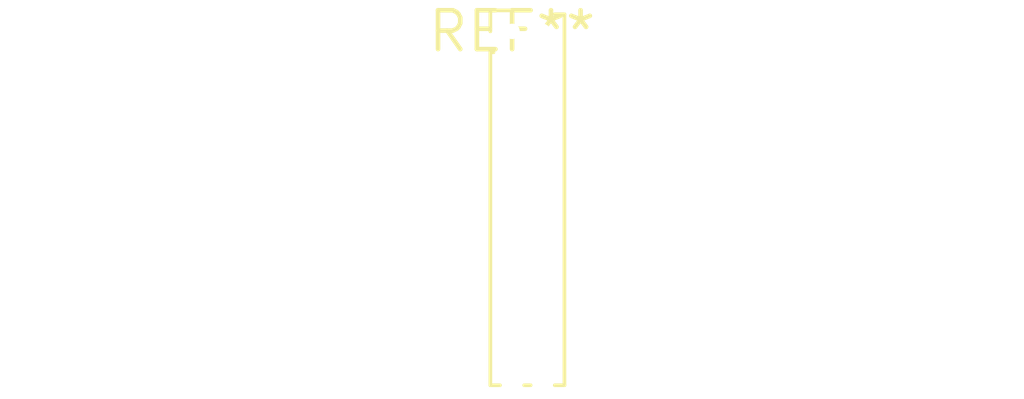
<source format=kicad_pcb>
(kicad_pcb (version 20240108) (generator pcbnew)
  (layers (0 "F.Cu" signal) (31 "B.Cu" signal) (34 "B.Paste" user) (35 "F.Paste" user) (36 "B.SilkS" user "B.Silkscreen") (37 "F.SilkS" user "F.Silkscreen") (38 "B.Mask" user) (39 "F.Mask" user) (44 "Edge.Cuts" user))
  (net 0 "")
  (footprint "PinHeader_2x12_P1.00mm_Vertical" (layer "F.Cu") (at 0 0)
    (property "Reference" "REF**")
    (property "Value" "PinHeader_2x12_P1.00mm_Vertical")
    (fp_line (start -0.71 -0.685) (end 0 -0.685) (layer "F.SilkS") (stroke (width 0.12)))
    (fp_line (start -0.71 0) (end -0.71 -0.685) (layer "F.SilkS") (stroke (width 0.12)))
    (fp_line (start -0.71 0.685) (end -0.71 11.56) (layer "F.SilkS") (stroke (width 0.12)))
    (fp_line (start -0.71 0.685) (end -0.608276 0.685) (layer "F.SilkS") (stroke (width 0.12)))
    (fp_line (start -0.71 11.56) (end -0.394493 11.56) (layer "F.SilkS") (stroke (width 0.12)))
    (fp_line (start 0.394493 11.56) (end 0.605507 11.56) (layer "F.SilkS") (stroke (width 0.12)))
    (fp_line (start 1.394493 -0.56) (end 1.71 -0.56) (layer "F.SilkS") (stroke (width 0.12)))
    (fp_line (start 1.394493 11.56) (end 1.71 11.56) (layer "F.SilkS") (stroke (width 0.12)))
    (fp_line (start 1.71 -0.56) (end 1.71 11.56) (layer "F.SilkS") (stroke (width 0.12)))
    (pad "1" thru_hole rect (at 0 0) (size 0.85 0.85) (drill 0.5) (layers *.Cu *.Mask) (remove_unused_layers))
    (pad "2" thru_hole oval (at 1 0) (size 0.85 0.85) (drill 0.5) (layers *.Cu *.Mask) (remove_unused_layers))
    (pad "3" thru_hole oval (at 0 1) (size 0.85 0.85) (drill 0.5) (layers *.Cu *.Mask) (remove_unused_layers))
    (pad "4" thru_hole oval (at 1 1) (size 0.85 0.85) (drill 0.5) (layers *.Cu *.Mask) (remove_unused_layers))
    (pad "5" thru_hole oval (at 0 2) (size 0.85 0.85) (drill 0.5) (layers *.Cu *.Mask) (remove_unused_layers))
    (pad "6" thru_hole oval (at 1 2) (size 0.85 0.85) (drill 0.5) (layers *.Cu *.Mask) (remove_unused_layers))
    (pad "7" thru_hole oval (at 0 3) (size 0.85 0.85) (drill 0.5) (layers *.Cu *.Mask) (remove_unused_layers))
    (pad "8" thru_hole oval (at 1 3) (size 0.85 0.85) (drill 0.5) (layers *.Cu *.Mask) (remove_unused_layers))
    (pad "9" thru_hole oval (at 0 4) (size 0.85 0.85) (drill 0.5) (layers *.Cu *.Mask) (remove_unused_layers))
    (pad "10" thru_hole oval (at 1 4) (size 0.85 0.85) (drill 0.5) (layers *.Cu *.Mask) (remove_unused_layers))
    (pad "11" thru_hole oval (at 0 5) (size 0.85 0.85) (drill 0.5) (layers *.Cu *.Mask) (remove_unused_layers))
    (pad "12" thru_hole oval (at 1 5) (size 0.85 0.85) (drill 0.5) (layers *.Cu *.Mask) (remove_unused_layers))
    (pad "13" thru_hole oval (at 0 6) (size 0.85 0.85) (drill 0.5) (layers *.Cu *.Mask) (remove_unused_layers))
    (pad "14" thru_hole oval (at 1 6) (size 0.85 0.85) (drill 0.5) (layers *.Cu *.Mask) (remove_unused_layers))
    (pad "15" thru_hole oval (at 0 7) (size 0.85 0.85) (drill 0.5) (layers *.Cu *.Mask) (remove_unused_layers))
    (pad "16" thru_hole oval (at 1 7) (size 0.85 0.85) (drill 0.5) (layers *.Cu *.Mask) (remove_unused_layers))
    (pad "17" thru_hole oval (at 0 8) (size 0.85 0.85) (drill 0.5) (layers *.Cu *.Mask) (remove_unused_layers))
    (pad "18" thru_hole oval (at 1 8) (size 0.85 0.85) (drill 0.5) (layers *.Cu *.Mask) (remove_unused_layers))
    (pad "19" thru_hole oval (at 0 9) (size 0.85 0.85) (drill 0.5) (layers *.Cu *.Mask) (remove_unused_layers))
    (pad "20" thru_hole oval (at 1 9) (size 0.85 0.85) (drill 0.5) (layers *.Cu *.Mask) (remove_unused_layers))
    (pad "21" thru_hole oval (at 0 10) (size 0.85 0.85) (drill 0.5) (layers *.Cu *.Mask) (remove_unused_layers))
    (pad "22" thru_hole oval (at 1 10) (size 0.85 0.85) (drill 0.5) (layers *.Cu *.Mask) (remove_unused_layers))
    (pad "23" thru_hole oval (at 0 11) (size 0.85 0.85) (drill 0.5) (layers *.Cu *.Mask) (remove_unused_layers))
    (pad "24" thru_hole oval (at 1 11) (size 0.85 0.85) (drill 0.5) (layers *.Cu *.Mask) (remove_unused_layers))
  )
)
</source>
